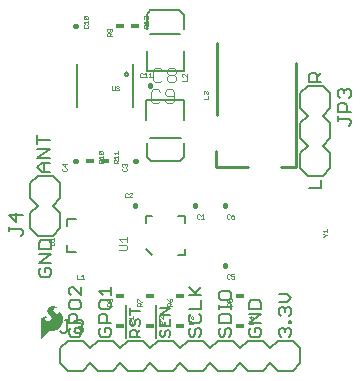
<source format=gbr>
G04 EAGLE Gerber RS-274X export*
G75*
%MOMM*%
%FSLAX34Y34*%
%LPD*%
%INSilkscreen Top*%
%IPPOS*%
%AMOC8*
5,1,8,0,0,1.08239X$1,22.5*%
G01*
%ADD10C,0.203200*%
%ADD11C,0.152400*%
%ADD12C,0.050800*%
%ADD13C,0.406400*%
%ADD14C,0.025400*%
%ADD15R,0.711200X0.406400*%
%ADD16C,0.254000*%
%ADD17C,0.101600*%
%ADD18C,0.127000*%

G36*
X8900Y13871D02*
X8900Y13871D01*
X8904Y13869D01*
X8974Y13905D01*
X8984Y13910D01*
X8985Y13911D01*
X13857Y19393D01*
X14711Y20175D01*
X15701Y20764D01*
X16052Y20891D01*
X16420Y20956D01*
X18695Y20956D01*
X18700Y20958D01*
X18706Y20956D01*
X20070Y21080D01*
X20080Y21086D01*
X20092Y21084D01*
X21411Y21452D01*
X21419Y21460D01*
X21432Y21461D01*
X22662Y22061D01*
X22669Y22068D01*
X22680Y22071D01*
X23837Y22888D01*
X23842Y22896D01*
X23851Y22899D01*
X24882Y23871D01*
X24885Y23879D01*
X24891Y23881D01*
X24892Y23883D01*
X24894Y23884D01*
X25779Y24991D01*
X25781Y25001D01*
X25790Y25008D01*
X26737Y26689D01*
X26738Y26700D01*
X26746Y26710D01*
X27374Y28534D01*
X27373Y28545D01*
X27380Y28556D01*
X27668Y30463D01*
X27665Y30474D01*
X27670Y30486D01*
X27668Y30538D01*
X27660Y30790D01*
X27656Y30916D01*
X27656Y30917D01*
X27648Y31169D01*
X27640Y31422D01*
X27636Y31548D01*
X27628Y31800D01*
X27617Y32179D01*
X27609Y32414D01*
X27605Y32423D01*
X27607Y32435D01*
X27400Y33474D01*
X27395Y33482D01*
X27395Y33493D01*
X27037Y34490D01*
X27031Y34497D01*
X27030Y34508D01*
X26528Y35442D01*
X26519Y35449D01*
X26516Y35461D01*
X25609Y36598D01*
X25598Y36604D01*
X25591Y36617D01*
X24465Y37538D01*
X24422Y37550D01*
X24381Y37566D01*
X24376Y37564D01*
X24370Y37565D01*
X24332Y37544D01*
X24292Y37525D01*
X24289Y37519D01*
X24285Y37517D01*
X24277Y37488D01*
X24259Y37440D01*
X24259Y36560D01*
X24243Y36440D01*
X24199Y36337D01*
X23925Y35997D01*
X23564Y35749D01*
X23390Y35684D01*
X22852Y35626D01*
X22322Y35724D01*
X21834Y35973D01*
X20932Y36624D01*
X20520Y36978D01*
X20169Y37388D01*
X19886Y37846D01*
X19680Y38340D01*
X19621Y38640D01*
X19633Y38943D01*
X19790Y39462D01*
X20076Y39922D01*
X20471Y40292D01*
X20952Y40547D01*
X21442Y40686D01*
X21953Y40743D01*
X22556Y40743D01*
X22557Y40743D01*
X22579Y40752D01*
X22647Y40781D01*
X22682Y40873D01*
X22678Y40882D01*
X22644Y40958D01*
X22642Y40961D01*
X22641Y40962D01*
X22640Y40963D01*
X22619Y40983D01*
X22612Y40986D01*
X22608Y40994D01*
X22173Y41332D01*
X22158Y41336D01*
X22146Y41348D01*
X21642Y41569D01*
X21641Y41569D01*
X21285Y41721D01*
X21057Y41822D01*
X21047Y41823D01*
X21037Y41829D01*
X20159Y42049D01*
X20150Y42048D01*
X20140Y42052D01*
X19240Y42138D01*
X19230Y42134D01*
X19218Y42138D01*
X18350Y42072D01*
X18339Y42066D01*
X18326Y42067D01*
X17486Y41836D01*
X17476Y41828D01*
X17463Y41827D01*
X16683Y41439D01*
X16676Y41431D01*
X16665Y41428D01*
X15888Y40868D01*
X15884Y40861D01*
X15875Y40857D01*
X15179Y40199D01*
X15174Y40188D01*
X15163Y40180D01*
X14732Y39577D01*
X14729Y39562D01*
X14717Y39549D01*
X14450Y38857D01*
X14450Y38841D01*
X14442Y38826D01*
X14355Y38089D01*
X14360Y38074D01*
X14356Y38057D01*
X14455Y37322D01*
X14463Y37309D01*
X14463Y37292D01*
X14743Y36604D01*
X14752Y36595D01*
X14755Y36581D01*
X15942Y34823D01*
X15950Y34818D01*
X15954Y34807D01*
X17407Y33266D01*
X17777Y32831D01*
X18017Y32328D01*
X18119Y31780D01*
X18076Y31224D01*
X17890Y30699D01*
X17575Y30239D01*
X17150Y29874D01*
X16607Y29581D01*
X16021Y29383D01*
X15411Y29286D01*
X14700Y29321D01*
X14022Y29528D01*
X13416Y29893D01*
X13103Y30221D01*
X12897Y30625D01*
X12804Y31041D01*
X12804Y31469D01*
X12897Y31884D01*
X12969Y32022D01*
X13087Y32136D01*
X13911Y32735D01*
X14044Y32806D01*
X14182Y32834D01*
X14340Y32818D01*
X14383Y32832D01*
X14428Y32843D01*
X14430Y32847D01*
X14434Y32848D01*
X14454Y32889D01*
X14477Y32928D01*
X14476Y32932D01*
X14478Y32936D01*
X14463Y32979D01*
X14450Y33023D01*
X14447Y33025D01*
X14446Y33029D01*
X14408Y33048D01*
X14372Y33069D01*
X13889Y33145D01*
X13884Y33144D01*
X13879Y33146D01*
X12939Y33219D01*
X12930Y33216D01*
X12919Y33219D01*
X11979Y33146D01*
X11969Y33141D01*
X11957Y33142D01*
X11258Y32958D01*
X11248Y32950D01*
X11234Y32949D01*
X10586Y32628D01*
X10578Y32619D01*
X10564Y32615D01*
X9994Y32170D01*
X9988Y32159D01*
X9976Y32153D01*
X9506Y31603D01*
X9502Y31591D01*
X9491Y31582D01*
X9090Y30850D01*
X9089Y30837D01*
X9080Y30826D01*
X8840Y30027D01*
X8841Y30014D01*
X8835Y30001D01*
X8765Y29170D01*
X8767Y29164D01*
X8765Y29159D01*
X8765Y13995D01*
X8767Y13990D01*
X8765Y13986D01*
X8786Y13946D01*
X8803Y13904D01*
X8808Y13903D01*
X8810Y13898D01*
X8853Y13885D01*
X8895Y13869D01*
X8900Y13871D01*
G37*
D10*
X246634Y232156D02*
X235957Y232156D01*
X235957Y237495D01*
X237736Y239274D01*
X241295Y239274D01*
X243075Y237495D01*
X243075Y232156D01*
X243075Y235715D02*
X246634Y239274D01*
X246634Y141986D02*
X235957Y141986D01*
X246634Y141986D02*
X246634Y149104D01*
X16764Y155956D02*
X9646Y155956D01*
X6087Y159515D01*
X9646Y163074D01*
X16764Y163074D01*
X11425Y163074D02*
X11425Y155956D01*
X6087Y167650D02*
X16764Y167650D01*
X16764Y174768D02*
X6087Y167650D01*
X6087Y174768D02*
X16764Y174768D01*
X16764Y182903D02*
X6087Y182903D01*
X6087Y179344D02*
X6087Y186462D01*
X9136Y74174D02*
X7357Y72395D01*
X7357Y68836D01*
X9136Y67056D01*
X16255Y67056D01*
X18034Y68836D01*
X18034Y72395D01*
X16255Y74174D01*
X12695Y74174D01*
X12695Y70615D01*
X7357Y78750D02*
X18034Y78750D01*
X18034Y85868D02*
X7357Y78750D01*
X7357Y85868D02*
X18034Y85868D01*
X18034Y90444D02*
X7357Y90444D01*
X18034Y90444D02*
X18034Y95783D01*
X16255Y97562D01*
X9136Y97562D01*
X7357Y95783D01*
X7357Y90444D01*
X34536Y23374D02*
X32757Y21595D01*
X32757Y18036D01*
X34536Y16256D01*
X41655Y16256D01*
X43434Y18036D01*
X43434Y21595D01*
X41655Y23374D01*
X38095Y23374D01*
X38095Y19815D01*
X32757Y27950D02*
X43434Y27950D01*
X32757Y27950D02*
X32757Y33289D01*
X34536Y35068D01*
X38095Y35068D01*
X39875Y33289D01*
X39875Y27950D01*
X32757Y41423D02*
X32757Y44983D01*
X32757Y41423D02*
X34536Y39644D01*
X41655Y39644D01*
X43434Y41423D01*
X43434Y44983D01*
X41655Y46762D01*
X34536Y46762D01*
X32757Y44983D01*
X43434Y51338D02*
X43434Y58456D01*
X43434Y51338D02*
X36316Y58456D01*
X34536Y58456D01*
X32757Y56676D01*
X32757Y53117D01*
X34536Y51338D01*
X59936Y23374D02*
X58157Y21595D01*
X58157Y18036D01*
X59936Y16256D01*
X67055Y16256D01*
X68834Y18036D01*
X68834Y21595D01*
X67055Y23374D01*
X63495Y23374D01*
X63495Y19815D01*
X58157Y27950D02*
X68834Y27950D01*
X58157Y27950D02*
X58157Y33289D01*
X59936Y35068D01*
X63495Y35068D01*
X65275Y33289D01*
X65275Y27950D01*
X58157Y41423D02*
X58157Y44983D01*
X58157Y41423D02*
X59936Y39644D01*
X67055Y39644D01*
X68834Y41423D01*
X68834Y44983D01*
X67055Y46762D01*
X59936Y46762D01*
X58157Y44983D01*
X61716Y51338D02*
X58157Y54897D01*
X68834Y54897D01*
X68834Y51338D02*
X68834Y58456D01*
D11*
X81534Y43306D02*
X81534Y15240D01*
X84575Y16002D02*
X93218Y16002D01*
X84575Y16002D02*
X84575Y20324D01*
X86015Y21764D01*
X88896Y21764D01*
X90337Y20324D01*
X90337Y16002D01*
X90337Y18883D02*
X93218Y21764D01*
X84575Y29679D02*
X86015Y31119D01*
X84575Y29679D02*
X84575Y26798D01*
X86015Y25357D01*
X87456Y25357D01*
X88896Y26798D01*
X88896Y29679D01*
X90337Y31119D01*
X91777Y31119D01*
X93218Y29679D01*
X93218Y26798D01*
X91777Y25357D01*
X93218Y37594D02*
X84575Y37594D01*
X84575Y40475D02*
X84575Y34712D01*
X106934Y43306D02*
X106934Y15240D01*
X109975Y20324D02*
X111415Y21764D01*
X109975Y20324D02*
X109975Y17443D01*
X111415Y16002D01*
X112856Y16002D01*
X114296Y17443D01*
X114296Y20324D01*
X115737Y21764D01*
X117177Y21764D01*
X118618Y20324D01*
X118618Y17443D01*
X117177Y16002D01*
X109975Y25357D02*
X109975Y31119D01*
X109975Y25357D02*
X118618Y25357D01*
X118618Y31119D01*
X114296Y28238D02*
X114296Y25357D01*
X109975Y34712D02*
X118618Y34712D01*
X118618Y40475D02*
X109975Y34712D01*
X109975Y40475D02*
X118618Y40475D01*
D10*
X136136Y23374D02*
X134357Y21595D01*
X134357Y18036D01*
X136136Y16256D01*
X137916Y16256D01*
X139695Y18036D01*
X139695Y21595D01*
X141475Y23374D01*
X143255Y23374D01*
X145034Y21595D01*
X145034Y18036D01*
X143255Y16256D01*
X134357Y33289D02*
X136136Y35068D01*
X134357Y33289D02*
X134357Y29729D01*
X136136Y27950D01*
X143255Y27950D01*
X145034Y29729D01*
X145034Y33289D01*
X143255Y35068D01*
X145034Y39644D02*
X134357Y39644D01*
X145034Y39644D02*
X145034Y46762D01*
X145034Y51338D02*
X134357Y51338D01*
X141475Y51338D02*
X134357Y58456D01*
X139695Y53117D02*
X145034Y58456D01*
X161536Y23374D02*
X159757Y21595D01*
X159757Y18036D01*
X161536Y16256D01*
X163316Y16256D01*
X165095Y18036D01*
X165095Y21595D01*
X166875Y23374D01*
X168655Y23374D01*
X170434Y21595D01*
X170434Y18036D01*
X168655Y16256D01*
X170434Y27950D02*
X159757Y27950D01*
X170434Y27950D02*
X170434Y33289D01*
X168655Y35068D01*
X161536Y35068D01*
X159757Y33289D01*
X159757Y27950D01*
X170434Y39644D02*
X170434Y43203D01*
X170434Y41423D02*
X159757Y41423D01*
X159757Y39644D02*
X159757Y43203D01*
X159757Y49219D02*
X159757Y52778D01*
X159757Y49219D02*
X161536Y47440D01*
X168655Y47440D01*
X170434Y49219D01*
X170434Y52778D01*
X168655Y54558D01*
X161536Y54558D01*
X159757Y52778D01*
X186936Y23374D02*
X185157Y21595D01*
X185157Y18036D01*
X186936Y16256D01*
X194055Y16256D01*
X195834Y18036D01*
X195834Y21595D01*
X194055Y23374D01*
X190495Y23374D01*
X190495Y19815D01*
X185157Y27950D02*
X195834Y27950D01*
X195834Y35068D02*
X185157Y27950D01*
X185157Y35068D02*
X195834Y35068D01*
X195834Y39644D02*
X185157Y39644D01*
X195834Y39644D02*
X195834Y44983D01*
X194055Y46762D01*
X186936Y46762D01*
X185157Y44983D01*
X185157Y39644D01*
X210557Y18036D02*
X212336Y16256D01*
X210557Y18036D02*
X210557Y21595D01*
X212336Y23374D01*
X214116Y23374D01*
X215895Y21595D01*
X215895Y19815D01*
X215895Y21595D02*
X217675Y23374D01*
X219455Y23374D01*
X221234Y21595D01*
X221234Y18036D01*
X219455Y16256D01*
X219455Y27950D02*
X221234Y27950D01*
X219455Y27950D02*
X219455Y29729D01*
X221234Y29729D01*
X221234Y27950D01*
X212336Y33797D02*
X210557Y35576D01*
X210557Y39136D01*
X212336Y40915D01*
X214116Y40915D01*
X215895Y39136D01*
X215895Y37356D01*
X215895Y39136D02*
X217675Y40915D01*
X219455Y40915D01*
X221234Y39136D01*
X221234Y35576D01*
X219455Y33797D01*
X217675Y45491D02*
X210557Y45491D01*
X217675Y45491D02*
X221234Y49050D01*
X217675Y52609D01*
X210557Y52609D01*
X103300Y85100D02*
X97800Y90600D01*
X97800Y112600D02*
X97800Y118100D01*
X103300Y118100D01*
X125300Y85100D02*
X130800Y85100D01*
X130800Y90600D01*
X130800Y112600D02*
X130800Y118100D01*
X125300Y118100D01*
D12*
X81110Y89154D02*
X75178Y89154D01*
X81110Y89154D02*
X82296Y90340D01*
X82296Y92713D01*
X81110Y93899D01*
X75178Y93899D01*
X77551Y96170D02*
X75178Y98543D01*
X82296Y98543D01*
X82296Y96170D02*
X82296Y100916D01*
D13*
X139700Y126695D02*
X139700Y127305D01*
D14*
X143139Y119891D02*
X143775Y119256D01*
X143139Y119891D02*
X141868Y119891D01*
X141233Y119256D01*
X141233Y116714D01*
X141868Y116078D01*
X143139Y116078D01*
X143775Y116714D01*
X144975Y118620D02*
X146246Y119891D01*
X146246Y116078D01*
X144975Y116078D02*
X147517Y116078D01*
D13*
X88900Y126695D02*
X88900Y127305D01*
D14*
X82679Y137290D02*
X82044Y137925D01*
X80773Y137925D01*
X80137Y137290D01*
X80137Y134748D01*
X80773Y134112D01*
X82044Y134112D01*
X82679Y134748D01*
X83879Y134112D02*
X86421Y134112D01*
X83879Y134112D02*
X86421Y136654D01*
X86421Y137290D01*
X85786Y137925D01*
X84515Y137925D01*
X83879Y137290D01*
D13*
X88595Y165100D02*
X89205Y165100D01*
D14*
X78610Y158879D02*
X77975Y158244D01*
X77975Y156973D01*
X78610Y156337D01*
X81152Y156337D01*
X81788Y156973D01*
X81788Y158244D01*
X81152Y158879D01*
X78610Y160079D02*
X77975Y160715D01*
X77975Y161986D01*
X78610Y162621D01*
X79246Y162621D01*
X79881Y161986D01*
X79881Y161350D01*
X79881Y161986D02*
X80517Y162621D01*
X81152Y162621D01*
X81788Y161986D01*
X81788Y160715D01*
X81152Y160079D01*
D13*
X38405Y165100D02*
X37795Y165100D01*
D14*
X27810Y158879D02*
X27175Y158244D01*
X27175Y156973D01*
X27810Y156337D01*
X30352Y156337D01*
X30988Y156973D01*
X30988Y158244D01*
X30352Y158879D01*
X30988Y161986D02*
X27175Y161986D01*
X29081Y160079D01*
X29081Y162621D01*
X247774Y100593D02*
X248409Y100593D01*
X249680Y101864D01*
X248409Y103135D01*
X247774Y103135D01*
X249680Y101864D02*
X251587Y101864D01*
X249045Y104335D02*
X247774Y105606D01*
X251587Y105606D01*
X251587Y104335D02*
X251587Y106877D01*
D13*
X165100Y76505D02*
X165100Y75895D01*
D14*
X168539Y69091D02*
X169175Y68456D01*
X168539Y69091D02*
X167268Y69091D01*
X166633Y68456D01*
X166633Y65914D01*
X167268Y65278D01*
X168539Y65278D01*
X169175Y65914D01*
X170375Y69091D02*
X172917Y69091D01*
X170375Y69091D02*
X170375Y67185D01*
X171646Y67820D01*
X172282Y67820D01*
X172917Y67185D01*
X172917Y65914D01*
X172282Y65278D01*
X171010Y65278D01*
X170375Y65914D01*
D13*
X165100Y126695D02*
X165100Y127305D01*
D14*
X168539Y119891D02*
X169175Y119256D01*
X168539Y119891D02*
X167268Y119891D01*
X166633Y119256D01*
X166633Y116714D01*
X167268Y116078D01*
X168539Y116078D01*
X169175Y116714D01*
X171646Y119256D02*
X172917Y119891D01*
X171646Y119256D02*
X170375Y117985D01*
X170375Y116714D01*
X171010Y116078D01*
X172282Y116078D01*
X172917Y116714D01*
X172917Y117349D01*
X172282Y117985D01*
X170375Y117985D01*
D15*
X76200Y25400D03*
D14*
X83309Y26933D02*
X87122Y26933D01*
X83309Y26933D02*
X83309Y28839D01*
X83944Y29475D01*
X85215Y29475D01*
X85851Y28839D01*
X85851Y26933D01*
X85851Y28204D02*
X87122Y29475D01*
X84580Y30675D02*
X83309Y31946D01*
X87122Y31946D01*
X87122Y30675D02*
X87122Y33217D01*
D15*
X101600Y25400D03*
D14*
X108709Y26933D02*
X112522Y26933D01*
X108709Y26933D02*
X108709Y28839D01*
X109344Y29475D01*
X110615Y29475D01*
X111251Y28839D01*
X111251Y26933D01*
X111251Y28204D02*
X112522Y29475D01*
X112522Y30675D02*
X112522Y33217D01*
X112522Y30675D02*
X109980Y33217D01*
X109344Y33217D01*
X108709Y32582D01*
X108709Y31310D01*
X109344Y30675D01*
D15*
X127000Y25400D03*
D14*
X134109Y26933D02*
X137922Y26933D01*
X134109Y26933D02*
X134109Y28839D01*
X134744Y29475D01*
X136015Y29475D01*
X136651Y28839D01*
X136651Y26933D01*
X136651Y28204D02*
X137922Y29475D01*
X134744Y30675D02*
X134109Y31310D01*
X134109Y32582D01*
X134744Y33217D01*
X135380Y33217D01*
X136015Y32582D01*
X136015Y31946D01*
X136015Y32582D02*
X136651Y33217D01*
X137286Y33217D01*
X137922Y32582D01*
X137922Y31310D01*
X137286Y30675D01*
D15*
X177800Y25400D03*
D14*
X184909Y26933D02*
X188722Y26933D01*
X184909Y26933D02*
X184909Y28839D01*
X185544Y29475D01*
X186815Y29475D01*
X187451Y28839D01*
X187451Y26933D01*
X187451Y28204D02*
X188722Y29475D01*
X188722Y32582D02*
X184909Y32582D01*
X186815Y30675D01*
X186815Y33217D01*
D15*
X177800Y50800D03*
D14*
X170688Y42037D02*
X166875Y42037D01*
X166875Y43944D01*
X167510Y44579D01*
X168781Y44579D01*
X169417Y43944D01*
X169417Y42037D01*
X169417Y43308D02*
X170688Y44579D01*
X166875Y45779D02*
X166875Y48321D01*
X166875Y45779D02*
X168781Y45779D01*
X168146Y47050D01*
X168146Y47686D01*
X168781Y48321D01*
X170052Y48321D01*
X170688Y47686D01*
X170688Y46415D01*
X170052Y45779D01*
D15*
X127000Y50800D03*
D14*
X119888Y42037D02*
X116075Y42037D01*
X116075Y43944D01*
X116710Y44579D01*
X117981Y44579D01*
X118617Y43944D01*
X118617Y42037D01*
X118617Y43308D02*
X119888Y44579D01*
X116710Y47050D02*
X116075Y48321D01*
X116710Y47050D02*
X117981Y45779D01*
X119252Y45779D01*
X119888Y46415D01*
X119888Y47686D01*
X119252Y48321D01*
X118617Y48321D01*
X117981Y47686D01*
X117981Y45779D01*
D15*
X76200Y50800D03*
D14*
X69088Y42037D02*
X65275Y42037D01*
X65275Y43944D01*
X65910Y44579D01*
X67181Y44579D01*
X67817Y43944D01*
X67817Y42037D01*
X67817Y43308D02*
X69088Y44579D01*
X65910Y45779D02*
X65275Y46415D01*
X65275Y47686D01*
X65910Y48321D01*
X66546Y48321D01*
X67181Y47686D01*
X67817Y48321D01*
X68452Y48321D01*
X69088Y47686D01*
X69088Y46415D01*
X68452Y45779D01*
X67817Y45779D01*
X67181Y46415D01*
X66546Y45779D01*
X65910Y45779D01*
X67181Y46415D02*
X67181Y47686D01*
D15*
X101600Y50800D03*
D14*
X94488Y42037D02*
X90675Y42037D01*
X90675Y43944D01*
X91310Y44579D01*
X92581Y44579D01*
X93217Y43944D01*
X93217Y42037D01*
X93217Y43308D02*
X94488Y44579D01*
X90675Y45779D02*
X90675Y48321D01*
X91310Y48321D01*
X93852Y45779D01*
X94488Y45779D01*
X39633Y64643D02*
X39633Y68456D01*
X39633Y64643D02*
X42175Y64643D01*
X43375Y67185D02*
X44646Y68456D01*
X44646Y64643D01*
X43375Y64643D02*
X45917Y64643D01*
D16*
X157988Y203454D02*
X157988Y264922D01*
X157480Y159512D02*
X184150Y159512D01*
X157480Y159512D02*
X157480Y173228D01*
X212598Y160020D02*
X224790Y160020D01*
X224790Y247904D01*
D11*
X39880Y246630D02*
X39880Y210570D01*
X87120Y210570D02*
X87120Y246630D01*
D10*
X80098Y238506D02*
X80100Y238581D01*
X80106Y238656D01*
X80116Y238731D01*
X80129Y238805D01*
X80147Y238878D01*
X80168Y238950D01*
X80193Y239021D01*
X80222Y239090D01*
X80255Y239158D01*
X80290Y239224D01*
X80330Y239288D01*
X80372Y239350D01*
X80418Y239410D01*
X80467Y239467D01*
X80519Y239521D01*
X80573Y239573D01*
X80630Y239622D01*
X80690Y239668D01*
X80752Y239710D01*
X80816Y239750D01*
X80882Y239785D01*
X80950Y239818D01*
X81019Y239847D01*
X81090Y239872D01*
X81162Y239893D01*
X81235Y239911D01*
X81309Y239924D01*
X81384Y239934D01*
X81459Y239940D01*
X81534Y239942D01*
X81609Y239940D01*
X81684Y239934D01*
X81759Y239924D01*
X81833Y239911D01*
X81906Y239893D01*
X81978Y239872D01*
X82049Y239847D01*
X82118Y239818D01*
X82186Y239785D01*
X82252Y239750D01*
X82316Y239710D01*
X82378Y239668D01*
X82438Y239622D01*
X82495Y239573D01*
X82549Y239521D01*
X82601Y239467D01*
X82650Y239410D01*
X82696Y239350D01*
X82738Y239288D01*
X82778Y239224D01*
X82813Y239158D01*
X82846Y239090D01*
X82875Y239021D01*
X82900Y238950D01*
X82921Y238878D01*
X82939Y238805D01*
X82952Y238731D01*
X82962Y238656D01*
X82968Y238581D01*
X82970Y238506D01*
X82968Y238431D01*
X82962Y238356D01*
X82952Y238281D01*
X82939Y238207D01*
X82921Y238134D01*
X82900Y238062D01*
X82875Y237991D01*
X82846Y237922D01*
X82813Y237854D01*
X82778Y237788D01*
X82738Y237724D01*
X82696Y237662D01*
X82650Y237602D01*
X82601Y237545D01*
X82549Y237491D01*
X82495Y237439D01*
X82438Y237390D01*
X82378Y237344D01*
X82316Y237302D01*
X82252Y237262D01*
X82186Y237227D01*
X82118Y237194D01*
X82049Y237165D01*
X81978Y237140D01*
X81906Y237119D01*
X81833Y237101D01*
X81759Y237088D01*
X81684Y237078D01*
X81609Y237072D01*
X81534Y237070D01*
X81459Y237072D01*
X81384Y237078D01*
X81309Y237088D01*
X81235Y237101D01*
X81162Y237119D01*
X81090Y237140D01*
X81019Y237165D01*
X80950Y237194D01*
X80882Y237227D01*
X80816Y237262D01*
X80752Y237302D01*
X80690Y237344D01*
X80630Y237390D01*
X80573Y237439D01*
X80519Y237491D01*
X80467Y237545D01*
X80418Y237602D01*
X80372Y237662D01*
X80330Y237724D01*
X80290Y237788D01*
X80255Y237854D01*
X80222Y237922D01*
X80193Y237991D01*
X80168Y238062D01*
X80147Y238134D01*
X80129Y238207D01*
X80116Y238281D01*
X80106Y238356D01*
X80100Y238431D01*
X80098Y238506D01*
D14*
X68843Y228476D02*
X68843Y225299D01*
X69478Y224663D01*
X70749Y224663D01*
X71385Y225299D01*
X71385Y228476D01*
X72585Y227841D02*
X73220Y228476D01*
X74492Y228476D01*
X75127Y227841D01*
X75127Y227205D01*
X74492Y226570D01*
X73856Y226570D01*
X74492Y226570D02*
X75127Y225934D01*
X75127Y225299D01*
X74492Y224663D01*
X73220Y224663D01*
X72585Y225299D01*
D15*
X76200Y279400D03*
D14*
X69088Y270637D02*
X65275Y270637D01*
X65275Y272544D01*
X65910Y273179D01*
X67181Y273179D01*
X67817Y272544D01*
X67817Y270637D01*
X67817Y271908D02*
X69088Y273179D01*
X68452Y274379D02*
X69088Y275015D01*
X69088Y276286D01*
X68452Y276921D01*
X65910Y276921D01*
X65275Y276286D01*
X65275Y275015D01*
X65910Y274379D01*
X66546Y274379D01*
X67181Y275015D01*
X67181Y276921D01*
D15*
X50800Y165100D03*
D14*
X57909Y162891D02*
X61722Y162891D01*
X57909Y162891D02*
X57909Y164797D01*
X58544Y165433D01*
X59815Y165433D01*
X60451Y164797D01*
X60451Y162891D01*
X60451Y164162D02*
X61722Y165433D01*
X59180Y166633D02*
X57909Y167904D01*
X61722Y167904D01*
X61722Y166633D02*
X61722Y169175D01*
X61086Y170375D02*
X58544Y170375D01*
X57909Y171010D01*
X57909Y172282D01*
X58544Y172917D01*
X61086Y172917D01*
X61722Y172282D01*
X61722Y171010D01*
X61086Y170375D01*
X58544Y172917D01*
D15*
X63500Y165100D03*
D14*
X70609Y162891D02*
X74422Y162891D01*
X70609Y162891D02*
X70609Y164797D01*
X71244Y165433D01*
X72515Y165433D01*
X73151Y164797D01*
X73151Y162891D01*
X73151Y164162D02*
X74422Y165433D01*
X71880Y166633D02*
X70609Y167904D01*
X74422Y167904D01*
X74422Y166633D02*
X74422Y169175D01*
X71880Y170375D02*
X70609Y171646D01*
X74422Y171646D01*
X74422Y170375D02*
X74422Y172917D01*
D15*
X88900Y279400D03*
D14*
X96009Y277191D02*
X99822Y277191D01*
X96009Y277191D02*
X96009Y279097D01*
X96644Y279733D01*
X97915Y279733D01*
X98551Y279097D01*
X98551Y277191D01*
X98551Y278462D02*
X99822Y279733D01*
X97280Y280933D02*
X96009Y282204D01*
X99822Y282204D01*
X99822Y280933D02*
X99822Y283475D01*
X99822Y284675D02*
X99822Y287217D01*
X99822Y284675D02*
X97280Y287217D01*
X96644Y287217D01*
X96009Y286582D01*
X96009Y285310D01*
X96644Y284675D01*
D10*
X130300Y257700D02*
X130300Y240700D01*
X98800Y240700D01*
X98800Y257700D01*
X129800Y276700D02*
X129800Y288700D01*
X126300Y292700D01*
X101800Y292700D01*
X98800Y288700D01*
X98800Y276700D01*
X98800Y288700D01*
X101190Y272790D02*
X127160Y272790D01*
D17*
X109967Y243502D02*
X111916Y241553D01*
X109967Y243502D02*
X106069Y243502D01*
X104120Y241553D01*
X104120Y233757D01*
X106069Y231808D01*
X109967Y231808D01*
X111916Y233757D01*
X115814Y241553D02*
X117763Y243502D01*
X121661Y243502D01*
X123610Y241553D01*
X123610Y239604D01*
X121661Y237655D01*
X123610Y235706D01*
X123610Y233757D01*
X121661Y231808D01*
X117763Y231808D01*
X115814Y233757D01*
X115814Y235706D01*
X117763Y237655D01*
X115814Y239604D01*
X115814Y241553D01*
X117763Y237655D02*
X121661Y237655D01*
D10*
X98300Y216500D02*
X98300Y199500D01*
X98300Y216500D02*
X129800Y216500D01*
X129800Y199500D01*
X98800Y180500D02*
X98800Y168500D01*
X102300Y164500D01*
X126800Y164500D01*
X129800Y168500D01*
X129800Y180500D01*
X129800Y168500D01*
X127410Y184410D02*
X101440Y184410D01*
D17*
X109904Y223453D02*
X107955Y225402D01*
X104057Y225402D01*
X102108Y223453D01*
X102108Y215657D01*
X104057Y213708D01*
X107955Y213708D01*
X109904Y215657D01*
X113802Y215657D02*
X115751Y213708D01*
X119649Y213708D01*
X121598Y215657D01*
X121598Y223453D01*
X119649Y225402D01*
X115751Y225402D01*
X113802Y223453D01*
X113802Y221504D01*
X115751Y219555D01*
X121598Y219555D01*
D13*
X38405Y279400D02*
X37795Y279400D01*
D14*
X45209Y279097D02*
X45844Y279733D01*
X45209Y279097D02*
X45209Y277826D01*
X45844Y277191D01*
X48386Y277191D01*
X49022Y277826D01*
X49022Y279097D01*
X48386Y279733D01*
X46480Y280933D02*
X45209Y282204D01*
X49022Y282204D01*
X49022Y280933D02*
X49022Y283475D01*
X48386Y284675D02*
X45844Y284675D01*
X45209Y285310D01*
X45209Y286582D01*
X45844Y287217D01*
X48386Y287217D01*
X49022Y286582D01*
X49022Y285310D01*
X48386Y284675D01*
X45844Y287217D01*
X128775Y232537D02*
X132588Y232537D01*
X132588Y235079D01*
X132588Y236279D02*
X132588Y238821D01*
X132588Y236279D02*
X130046Y238821D01*
X129410Y238821D01*
X128775Y238186D01*
X128775Y236915D01*
X129410Y236279D01*
X146809Y217433D02*
X150622Y217433D01*
X150622Y219975D01*
X147444Y221175D02*
X146809Y221810D01*
X146809Y223082D01*
X147444Y223717D01*
X148080Y223717D01*
X148715Y223082D01*
X148715Y222446D01*
X148715Y223082D02*
X149351Y223717D01*
X149986Y223717D01*
X150622Y223082D01*
X150622Y221810D01*
X149986Y221175D01*
D13*
X101600Y228295D02*
X101600Y228905D01*
D14*
X95379Y238890D02*
X94744Y239525D01*
X93473Y239525D01*
X92837Y238890D01*
X92837Y236348D01*
X93473Y235712D01*
X94744Y235712D01*
X95379Y236348D01*
X96579Y238254D02*
X97850Y239525D01*
X97850Y235712D01*
X96579Y235712D02*
X99121Y235712D01*
X100321Y238254D02*
X101592Y239525D01*
X101592Y235712D01*
X100321Y235712D02*
X102863Y235712D01*
D10*
X184150Y12700D02*
X196850Y12700D01*
X203200Y6350D01*
X203200Y-6350D02*
X196850Y-12700D01*
X158750Y12700D02*
X152400Y6350D01*
X158750Y12700D02*
X171450Y12700D01*
X177800Y6350D01*
X177800Y-6350D02*
X171450Y-12700D01*
X158750Y-12700D01*
X152400Y-6350D01*
X177800Y6350D02*
X184150Y12700D01*
X177800Y-6350D02*
X184150Y-12700D01*
X196850Y-12700D01*
X120650Y12700D02*
X107950Y12700D01*
X120650Y12700D02*
X127000Y6350D01*
X127000Y-6350D02*
X120650Y-12700D01*
X127000Y6350D02*
X133350Y12700D01*
X146050Y12700D01*
X152400Y6350D01*
X152400Y-6350D02*
X146050Y-12700D01*
X133350Y-12700D01*
X127000Y-6350D01*
X82550Y12700D02*
X76200Y6350D01*
X82550Y12700D02*
X95250Y12700D01*
X101600Y6350D01*
X101600Y-6350D02*
X95250Y-12700D01*
X82550Y-12700D01*
X76200Y-6350D01*
X101600Y6350D02*
X107950Y12700D01*
X101600Y-6350D02*
X107950Y-12700D01*
X120650Y-12700D01*
X44450Y12700D02*
X31750Y12700D01*
X44450Y12700D02*
X50800Y6350D01*
X50800Y-6350D02*
X44450Y-12700D01*
X50800Y6350D02*
X57150Y12700D01*
X69850Y12700D01*
X76200Y6350D01*
X76200Y-6350D02*
X69850Y-12700D01*
X57150Y-12700D01*
X50800Y-6350D01*
X25400Y-6350D02*
X25400Y6350D01*
X31750Y12700D01*
X25400Y-6350D02*
X31750Y-12700D01*
X44450Y-12700D01*
X209550Y12700D02*
X222250Y12700D01*
X228600Y6350D01*
X228600Y-6350D01*
X222250Y-12700D01*
X203200Y6350D02*
X209550Y12700D01*
X203200Y-6350D02*
X209550Y-12700D01*
X222250Y-12700D01*
D18*
X27180Y18923D02*
X25273Y20830D01*
X27180Y18923D02*
X29086Y18923D01*
X30993Y20830D01*
X30993Y30363D01*
X29086Y30363D02*
X32900Y30363D01*
X36967Y28456D02*
X38874Y30363D01*
X42687Y30363D01*
X44593Y28456D01*
X44593Y26550D01*
X42687Y24643D01*
X40780Y24643D01*
X42687Y24643D02*
X44593Y22736D01*
X44593Y20830D01*
X42687Y18923D01*
X38874Y18923D01*
X36967Y20830D01*
D10*
X31100Y87600D02*
X31100Y93600D01*
X31100Y87600D02*
X39100Y87600D01*
X31100Y109600D02*
X31100Y115600D01*
X39100Y115600D01*
D14*
X20193Y93472D02*
X16380Y93472D01*
X20193Y93472D02*
X20193Y95379D01*
X19557Y96014D01*
X17015Y96014D01*
X16380Y95379D01*
X16380Y93472D01*
X17651Y97214D02*
X16380Y98485D01*
X20193Y98485D01*
X20193Y97214D02*
X20193Y99756D01*
D10*
X0Y107950D02*
X0Y120650D01*
X6350Y127000D01*
X19050Y127000D02*
X25400Y120650D01*
X6350Y127000D02*
X0Y133350D01*
X0Y146050D01*
X6350Y152400D01*
X19050Y152400D02*
X25400Y146050D01*
X25400Y133350D01*
X19050Y127000D01*
X19050Y101600D02*
X6350Y101600D01*
X0Y107950D01*
X19050Y101600D02*
X25400Y107950D01*
X25400Y120650D01*
X19050Y152400D02*
X6350Y152400D01*
D18*
X-6223Y103380D02*
X-8130Y101473D01*
X-6223Y103380D02*
X-6223Y105286D01*
X-8130Y107193D01*
X-17663Y107193D01*
X-17663Y105286D02*
X-17663Y109100D01*
X-17663Y118887D02*
X-6223Y118887D01*
X-11943Y113167D02*
X-17663Y118887D01*
X-11943Y120793D02*
X-11943Y113167D01*
D10*
X247650Y177800D02*
X254000Y171450D01*
X254000Y158750D01*
X247650Y152400D01*
X234950Y152400D02*
X228600Y158750D01*
X228600Y171450D01*
X234950Y177800D01*
X254000Y209550D02*
X254000Y222250D01*
X254000Y209550D02*
X247650Y203200D01*
X234950Y203200D02*
X228600Y209550D01*
X247650Y203200D02*
X254000Y196850D01*
X254000Y184150D01*
X247650Y177800D01*
X234950Y177800D02*
X228600Y184150D01*
X228600Y196850D01*
X234950Y203200D01*
X234950Y228600D02*
X247650Y228600D01*
X254000Y222250D01*
X234950Y228600D02*
X228600Y222250D01*
X228600Y209550D01*
X234950Y152400D02*
X247650Y152400D01*
D18*
X269746Y194915D02*
X271653Y196822D01*
X271653Y198728D01*
X269746Y200635D01*
X260213Y200635D01*
X260213Y198728D02*
X260213Y202542D01*
X260213Y206609D02*
X271653Y206609D01*
X260213Y206609D02*
X260213Y212329D01*
X262120Y214236D01*
X265933Y214236D01*
X267840Y212329D01*
X267840Y206609D01*
X262120Y218303D02*
X260213Y220210D01*
X260213Y224023D01*
X262120Y225929D01*
X264027Y225929D01*
X265933Y224023D01*
X265933Y222116D01*
X265933Y224023D02*
X267840Y225929D01*
X269746Y225929D01*
X271653Y224023D01*
X271653Y220210D01*
X269746Y218303D01*
M02*

</source>
